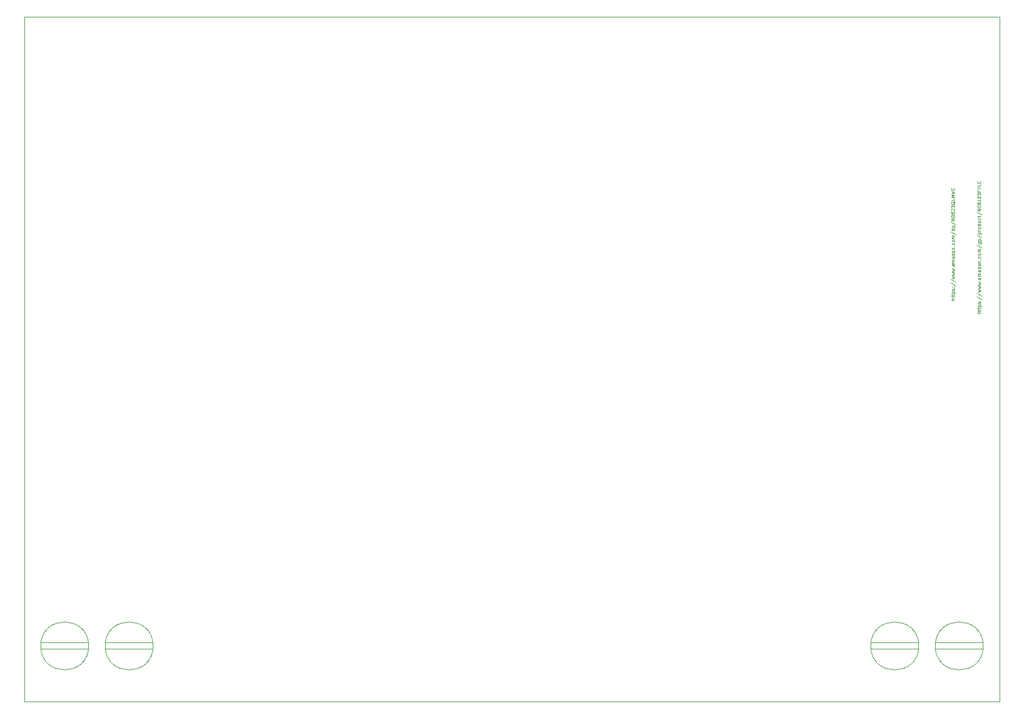
<source format=gbr>
G04 #@! TF.GenerationSoftware,KiCad,Pcbnew,(6.0.5)*
G04 #@! TF.CreationDate,2022-06-02T00:39:45-04:00*
G04 #@! TF.ProjectId,PB_16,50425f31-362e-46b6-9963-61645f706362,v2.1*
G04 #@! TF.SameCoordinates,Original*
G04 #@! TF.FileFunction,OtherDrawing,Comment*
%FSLAX46Y46*%
G04 Gerber Fmt 4.6, Leading zero omitted, Abs format (unit mm)*
G04 Created by KiCad (PCBNEW (6.0.5)) date 2022-06-02 00:39:45*
%MOMM*%
%LPD*%
G01*
G04 APERTURE LIST*
G04 #@! TA.AperFunction,Profile*
%ADD10C,0.050000*%
G04 #@! TD*
%ADD11C,0.100000*%
%ADD12C,0.120000*%
G04 APERTURE END LIST*
D10*
X214228800Y-152889360D02*
X214228800Y-52996240D01*
X72128800Y-52996240D02*
X72128800Y-152889360D01*
X214228800Y-52996240D02*
X72128800Y-52996240D01*
X214228800Y-152889360D02*
X72128800Y-152889360D01*
D11*
X207692990Y-94261266D02*
X207192990Y-94261266D01*
X207692990Y-94046980D02*
X207431085Y-94046980D01*
X207383466Y-94070790D01*
X207359657Y-94118409D01*
X207359657Y-94189838D01*
X207383466Y-94237457D01*
X207407276Y-94261266D01*
X207359657Y-93880314D02*
X207359657Y-93689838D01*
X207192990Y-93808885D02*
X207621561Y-93808885D01*
X207669180Y-93785076D01*
X207692990Y-93737457D01*
X207692990Y-93689838D01*
X207359657Y-93594600D02*
X207359657Y-93404123D01*
X207192990Y-93523171D02*
X207621561Y-93523171D01*
X207669180Y-93499361D01*
X207692990Y-93451742D01*
X207692990Y-93404123D01*
X207359657Y-93237457D02*
X207859657Y-93237457D01*
X207383466Y-93237457D02*
X207359657Y-93189838D01*
X207359657Y-93094600D01*
X207383466Y-93046980D01*
X207407276Y-93023171D01*
X207454895Y-92999361D01*
X207597752Y-92999361D01*
X207645371Y-93023171D01*
X207669180Y-93046980D01*
X207692990Y-93094600D01*
X207692990Y-93189838D01*
X207669180Y-93237457D01*
X207669180Y-92808885D02*
X207692990Y-92761266D01*
X207692990Y-92666028D01*
X207669180Y-92618409D01*
X207621561Y-92594600D01*
X207597752Y-92594600D01*
X207550133Y-92618409D01*
X207526323Y-92666028D01*
X207526323Y-92737457D01*
X207502514Y-92785076D01*
X207454895Y-92808885D01*
X207431085Y-92808885D01*
X207383466Y-92785076D01*
X207359657Y-92737457D01*
X207359657Y-92666028D01*
X207383466Y-92618409D01*
X207645371Y-92380314D02*
X207669180Y-92356504D01*
X207692990Y-92380314D01*
X207669180Y-92404123D01*
X207645371Y-92380314D01*
X207692990Y-92380314D01*
X207383466Y-92380314D02*
X207407276Y-92356504D01*
X207431085Y-92380314D01*
X207407276Y-92404123D01*
X207383466Y-92380314D01*
X207431085Y-92380314D01*
X207169180Y-91785076D02*
X207812038Y-92213647D01*
X207169180Y-91261266D02*
X207812038Y-91689838D01*
X207359657Y-91142219D02*
X207692990Y-91046980D01*
X207454895Y-90951742D01*
X207692990Y-90856504D01*
X207359657Y-90761266D01*
X207359657Y-90618409D02*
X207692990Y-90523171D01*
X207454895Y-90427933D01*
X207692990Y-90332695D01*
X207359657Y-90237457D01*
X207359657Y-90094600D02*
X207692990Y-89999361D01*
X207454895Y-89904123D01*
X207692990Y-89808885D01*
X207359657Y-89713647D01*
X207645371Y-89523171D02*
X207669180Y-89499361D01*
X207692990Y-89523171D01*
X207669180Y-89546980D01*
X207645371Y-89523171D01*
X207692990Y-89523171D01*
X207692990Y-89070790D02*
X207431085Y-89070790D01*
X207383466Y-89094600D01*
X207359657Y-89142219D01*
X207359657Y-89237457D01*
X207383466Y-89285076D01*
X207669180Y-89070790D02*
X207692990Y-89118409D01*
X207692990Y-89237457D01*
X207669180Y-89285076D01*
X207621561Y-89308885D01*
X207573942Y-89308885D01*
X207526323Y-89285076D01*
X207502514Y-89237457D01*
X207502514Y-89118409D01*
X207478704Y-89070790D01*
X207692990Y-88832695D02*
X207359657Y-88832695D01*
X207407276Y-88832695D02*
X207383466Y-88808885D01*
X207359657Y-88761266D01*
X207359657Y-88689838D01*
X207383466Y-88642219D01*
X207431085Y-88618409D01*
X207692990Y-88618409D01*
X207431085Y-88618409D02*
X207383466Y-88594600D01*
X207359657Y-88546980D01*
X207359657Y-88475552D01*
X207383466Y-88427933D01*
X207431085Y-88404123D01*
X207692990Y-88404123D01*
X207692990Y-87951742D02*
X207431085Y-87951742D01*
X207383466Y-87975552D01*
X207359657Y-88023171D01*
X207359657Y-88118409D01*
X207383466Y-88166028D01*
X207669180Y-87951742D02*
X207692990Y-87999361D01*
X207692990Y-88118409D01*
X207669180Y-88166028D01*
X207621561Y-88189838D01*
X207573942Y-88189838D01*
X207526323Y-88166028D01*
X207502514Y-88118409D01*
X207502514Y-87999361D01*
X207478704Y-87951742D01*
X207359657Y-87761266D02*
X207359657Y-87499361D01*
X207692990Y-87761266D01*
X207692990Y-87499361D01*
X207692990Y-87237457D02*
X207669180Y-87285076D01*
X207645371Y-87308885D01*
X207597752Y-87332695D01*
X207454895Y-87332695D01*
X207407276Y-87308885D01*
X207383466Y-87285076D01*
X207359657Y-87237457D01*
X207359657Y-87166028D01*
X207383466Y-87118409D01*
X207407276Y-87094600D01*
X207454895Y-87070790D01*
X207597752Y-87070790D01*
X207645371Y-87094600D01*
X207669180Y-87118409D01*
X207692990Y-87166028D01*
X207692990Y-87237457D01*
X207359657Y-86856504D02*
X207692990Y-86856504D01*
X207407276Y-86856504D02*
X207383466Y-86832695D01*
X207359657Y-86785076D01*
X207359657Y-86713647D01*
X207383466Y-86666028D01*
X207431085Y-86642219D01*
X207692990Y-86642219D01*
X207645371Y-86404123D02*
X207669180Y-86380314D01*
X207692990Y-86404123D01*
X207669180Y-86427933D01*
X207645371Y-86404123D01*
X207692990Y-86404123D01*
X207669180Y-85951742D02*
X207692990Y-85999361D01*
X207692990Y-86094600D01*
X207669180Y-86142219D01*
X207645371Y-86166028D01*
X207597752Y-86189838D01*
X207454895Y-86189838D01*
X207407276Y-86166028D01*
X207383466Y-86142219D01*
X207359657Y-86094600D01*
X207359657Y-85999361D01*
X207383466Y-85951742D01*
X207692990Y-85666028D02*
X207669180Y-85713647D01*
X207645371Y-85737457D01*
X207597752Y-85761266D01*
X207454895Y-85761266D01*
X207407276Y-85737457D01*
X207383466Y-85713647D01*
X207359657Y-85666028D01*
X207359657Y-85594600D01*
X207383466Y-85546980D01*
X207407276Y-85523171D01*
X207454895Y-85499361D01*
X207597752Y-85499361D01*
X207645371Y-85523171D01*
X207669180Y-85546980D01*
X207692990Y-85594600D01*
X207692990Y-85666028D01*
X207692990Y-85285076D02*
X207359657Y-85285076D01*
X207407276Y-85285076D02*
X207383466Y-85261266D01*
X207359657Y-85213647D01*
X207359657Y-85142219D01*
X207383466Y-85094600D01*
X207431085Y-85070790D01*
X207692990Y-85070790D01*
X207431085Y-85070790D02*
X207383466Y-85046980D01*
X207359657Y-84999361D01*
X207359657Y-84927933D01*
X207383466Y-84880314D01*
X207431085Y-84856504D01*
X207692990Y-84856504D01*
X207169180Y-84261266D02*
X207812038Y-84689838D01*
X207692990Y-83880314D02*
X207192990Y-83880314D01*
X207669180Y-83880314D02*
X207692990Y-83927933D01*
X207692990Y-84023171D01*
X207669180Y-84070790D01*
X207645371Y-84094600D01*
X207597752Y-84118409D01*
X207454895Y-84118409D01*
X207407276Y-84094600D01*
X207383466Y-84070790D01*
X207359657Y-84023171D01*
X207359657Y-83927933D01*
X207383466Y-83880314D01*
X207359657Y-83642219D02*
X207859657Y-83642219D01*
X207383466Y-83642219D02*
X207359657Y-83594600D01*
X207359657Y-83499361D01*
X207383466Y-83451742D01*
X207407276Y-83427933D01*
X207454895Y-83404123D01*
X207597752Y-83404123D01*
X207645371Y-83427933D01*
X207669180Y-83451742D01*
X207692990Y-83499361D01*
X207692990Y-83594600D01*
X207669180Y-83642219D01*
X207169180Y-82832695D02*
X207812038Y-83261266D01*
X207431085Y-82499361D02*
X207454895Y-82427933D01*
X207478704Y-82404123D01*
X207526323Y-82380314D01*
X207597752Y-82380314D01*
X207645371Y-82404123D01*
X207669180Y-82427933D01*
X207692990Y-82475552D01*
X207692990Y-82666028D01*
X207192990Y-82666028D01*
X207192990Y-82499361D01*
X207216800Y-82451742D01*
X207240609Y-82427933D01*
X207288228Y-82404123D01*
X207335847Y-82404123D01*
X207383466Y-82427933D01*
X207407276Y-82451742D01*
X207431085Y-82499361D01*
X207431085Y-82666028D01*
X207192990Y-82070790D02*
X207192990Y-82023171D01*
X207216800Y-81975552D01*
X207240609Y-81951742D01*
X207288228Y-81927933D01*
X207383466Y-81904123D01*
X207502514Y-81904123D01*
X207597752Y-81927933D01*
X207645371Y-81951742D01*
X207669180Y-81975552D01*
X207692990Y-82023171D01*
X207692990Y-82070790D01*
X207669180Y-82118409D01*
X207645371Y-82142219D01*
X207597752Y-82166028D01*
X207502514Y-82189838D01*
X207383466Y-82189838D01*
X207288228Y-82166028D01*
X207240609Y-82142219D01*
X207216800Y-82118409D01*
X207192990Y-82070790D01*
X207407276Y-81618409D02*
X207383466Y-81666028D01*
X207359657Y-81689838D01*
X207312038Y-81713647D01*
X207288228Y-81713647D01*
X207240609Y-81689838D01*
X207216800Y-81666028D01*
X207192990Y-81618409D01*
X207192990Y-81523171D01*
X207216800Y-81475552D01*
X207240609Y-81451742D01*
X207288228Y-81427933D01*
X207312038Y-81427933D01*
X207359657Y-81451742D01*
X207383466Y-81475552D01*
X207407276Y-81523171D01*
X207407276Y-81618409D01*
X207431085Y-81666028D01*
X207454895Y-81689838D01*
X207502514Y-81713647D01*
X207597752Y-81713647D01*
X207645371Y-81689838D01*
X207669180Y-81666028D01*
X207692990Y-81618409D01*
X207692990Y-81523171D01*
X207669180Y-81475552D01*
X207645371Y-81451742D01*
X207597752Y-81427933D01*
X207502514Y-81427933D01*
X207454895Y-81451742D01*
X207431085Y-81475552D01*
X207407276Y-81523171D01*
X207240609Y-81237457D02*
X207216800Y-81213647D01*
X207192990Y-81166028D01*
X207192990Y-81046980D01*
X207216800Y-80999361D01*
X207240609Y-80975552D01*
X207288228Y-80951742D01*
X207335847Y-80951742D01*
X207407276Y-80975552D01*
X207692990Y-81261266D01*
X207692990Y-80951742D01*
X207192990Y-80785076D02*
X207192990Y-80475552D01*
X207383466Y-80642219D01*
X207383466Y-80570790D01*
X207407276Y-80523171D01*
X207431085Y-80499361D01*
X207478704Y-80475552D01*
X207597752Y-80475552D01*
X207645371Y-80499361D01*
X207669180Y-80523171D01*
X207692990Y-80570790D01*
X207692990Y-80713647D01*
X207669180Y-80761266D01*
X207645371Y-80785076D01*
X207740609Y-79927933D02*
X207716800Y-79975552D01*
X207669180Y-80023171D01*
X207597752Y-80094600D01*
X207573942Y-80142219D01*
X207573942Y-80189838D01*
X207692990Y-80166028D02*
X207669180Y-80213647D01*
X207621561Y-80261266D01*
X207526323Y-80285076D01*
X207359657Y-80285076D01*
X207264419Y-80261266D01*
X207216800Y-80213647D01*
X207192990Y-80166028D01*
X207192990Y-80070790D01*
X207216800Y-80023171D01*
X207264419Y-79975552D01*
X207359657Y-79951742D01*
X207526323Y-79951742D01*
X207621561Y-79975552D01*
X207669180Y-80023171D01*
X207692990Y-80070790D01*
X207692990Y-80166028D01*
X207692990Y-79499361D02*
X207692990Y-79737457D01*
X207192990Y-79737457D01*
X207692990Y-79332695D02*
X207192990Y-79332695D01*
X207550133Y-79166028D01*
X207192990Y-78999361D01*
X207692990Y-78999361D01*
X207192990Y-78808885D02*
X207692990Y-78689838D01*
X207335847Y-78594600D01*
X207692990Y-78499361D01*
X207192990Y-78380314D01*
X207645371Y-77904123D02*
X207669180Y-77927933D01*
X207692990Y-77999361D01*
X207692990Y-78046980D01*
X207669180Y-78118409D01*
X207621561Y-78166028D01*
X207573942Y-78189838D01*
X207478704Y-78213647D01*
X207407276Y-78213647D01*
X207312038Y-78189838D01*
X207264419Y-78166028D01*
X207216800Y-78118409D01*
X207192990Y-78046980D01*
X207192990Y-77999361D01*
X207216800Y-77927933D01*
X207240609Y-77904123D01*
X211502990Y-96233552D02*
X211002990Y-96233552D01*
X211502990Y-96019266D02*
X211241085Y-96019266D01*
X211193466Y-96043076D01*
X211169657Y-96090695D01*
X211169657Y-96162123D01*
X211193466Y-96209742D01*
X211217276Y-96233552D01*
X211169657Y-95852600D02*
X211169657Y-95662123D01*
X211002990Y-95781171D02*
X211431561Y-95781171D01*
X211479180Y-95757361D01*
X211502990Y-95709742D01*
X211502990Y-95662123D01*
X211169657Y-95566885D02*
X211169657Y-95376409D01*
X211002990Y-95495457D02*
X211431561Y-95495457D01*
X211479180Y-95471647D01*
X211502990Y-95424028D01*
X211502990Y-95376409D01*
X211169657Y-95209742D02*
X211669657Y-95209742D01*
X211193466Y-95209742D02*
X211169657Y-95162123D01*
X211169657Y-95066885D01*
X211193466Y-95019266D01*
X211217276Y-94995457D01*
X211264895Y-94971647D01*
X211407752Y-94971647D01*
X211455371Y-94995457D01*
X211479180Y-95019266D01*
X211502990Y-95066885D01*
X211502990Y-95162123D01*
X211479180Y-95209742D01*
X211479180Y-94781171D02*
X211502990Y-94733552D01*
X211502990Y-94638314D01*
X211479180Y-94590695D01*
X211431561Y-94566885D01*
X211407752Y-94566885D01*
X211360133Y-94590695D01*
X211336323Y-94638314D01*
X211336323Y-94709742D01*
X211312514Y-94757361D01*
X211264895Y-94781171D01*
X211241085Y-94781171D01*
X211193466Y-94757361D01*
X211169657Y-94709742D01*
X211169657Y-94638314D01*
X211193466Y-94590695D01*
X211455371Y-94352600D02*
X211479180Y-94328790D01*
X211502990Y-94352600D01*
X211479180Y-94376409D01*
X211455371Y-94352600D01*
X211502990Y-94352600D01*
X211193466Y-94352600D02*
X211217276Y-94328790D01*
X211241085Y-94352600D01*
X211217276Y-94376409D01*
X211193466Y-94352600D01*
X211241085Y-94352600D01*
X210979180Y-93757361D02*
X211622038Y-94185933D01*
X210979180Y-93233552D02*
X211622038Y-93662123D01*
X211169657Y-93114504D02*
X211502990Y-93019266D01*
X211264895Y-92924028D01*
X211502990Y-92828790D01*
X211169657Y-92733552D01*
X211169657Y-92590695D02*
X211502990Y-92495457D01*
X211264895Y-92400219D01*
X211502990Y-92304980D01*
X211169657Y-92209742D01*
X211169657Y-92066885D02*
X211502990Y-91971647D01*
X211264895Y-91876409D01*
X211502990Y-91781171D01*
X211169657Y-91685933D01*
X211455371Y-91495457D02*
X211479180Y-91471647D01*
X211502990Y-91495457D01*
X211479180Y-91519266D01*
X211455371Y-91495457D01*
X211502990Y-91495457D01*
X211502990Y-91043076D02*
X211241085Y-91043076D01*
X211193466Y-91066885D01*
X211169657Y-91114504D01*
X211169657Y-91209742D01*
X211193466Y-91257361D01*
X211479180Y-91043076D02*
X211502990Y-91090695D01*
X211502990Y-91209742D01*
X211479180Y-91257361D01*
X211431561Y-91281171D01*
X211383942Y-91281171D01*
X211336323Y-91257361D01*
X211312514Y-91209742D01*
X211312514Y-91090695D01*
X211288704Y-91043076D01*
X211502990Y-90804980D02*
X211169657Y-90804980D01*
X211217276Y-90804980D02*
X211193466Y-90781171D01*
X211169657Y-90733552D01*
X211169657Y-90662123D01*
X211193466Y-90614504D01*
X211241085Y-90590695D01*
X211502990Y-90590695D01*
X211241085Y-90590695D02*
X211193466Y-90566885D01*
X211169657Y-90519266D01*
X211169657Y-90447838D01*
X211193466Y-90400219D01*
X211241085Y-90376409D01*
X211502990Y-90376409D01*
X211502990Y-89924028D02*
X211241085Y-89924028D01*
X211193466Y-89947838D01*
X211169657Y-89995457D01*
X211169657Y-90090695D01*
X211193466Y-90138314D01*
X211479180Y-89924028D02*
X211502990Y-89971647D01*
X211502990Y-90090695D01*
X211479180Y-90138314D01*
X211431561Y-90162123D01*
X211383942Y-90162123D01*
X211336323Y-90138314D01*
X211312514Y-90090695D01*
X211312514Y-89971647D01*
X211288704Y-89924028D01*
X211169657Y-89733552D02*
X211169657Y-89471647D01*
X211502990Y-89733552D01*
X211502990Y-89471647D01*
X211502990Y-89209742D02*
X211479180Y-89257361D01*
X211455371Y-89281171D01*
X211407752Y-89304980D01*
X211264895Y-89304980D01*
X211217276Y-89281171D01*
X211193466Y-89257361D01*
X211169657Y-89209742D01*
X211169657Y-89138314D01*
X211193466Y-89090695D01*
X211217276Y-89066885D01*
X211264895Y-89043076D01*
X211407752Y-89043076D01*
X211455371Y-89066885D01*
X211479180Y-89090695D01*
X211502990Y-89138314D01*
X211502990Y-89209742D01*
X211169657Y-88828790D02*
X211502990Y-88828790D01*
X211217276Y-88828790D02*
X211193466Y-88804980D01*
X211169657Y-88757361D01*
X211169657Y-88685933D01*
X211193466Y-88638314D01*
X211241085Y-88614504D01*
X211502990Y-88614504D01*
X211455371Y-88376409D02*
X211479180Y-88352600D01*
X211502990Y-88376409D01*
X211479180Y-88400219D01*
X211455371Y-88376409D01*
X211502990Y-88376409D01*
X211479180Y-87924028D02*
X211502990Y-87971647D01*
X211502990Y-88066885D01*
X211479180Y-88114504D01*
X211455371Y-88138314D01*
X211407752Y-88162123D01*
X211264895Y-88162123D01*
X211217276Y-88138314D01*
X211193466Y-88114504D01*
X211169657Y-88066885D01*
X211169657Y-87971647D01*
X211193466Y-87924028D01*
X211502990Y-87638314D02*
X211479180Y-87685933D01*
X211455371Y-87709742D01*
X211407752Y-87733552D01*
X211264895Y-87733552D01*
X211217276Y-87709742D01*
X211193466Y-87685933D01*
X211169657Y-87638314D01*
X211169657Y-87566885D01*
X211193466Y-87519266D01*
X211217276Y-87495457D01*
X211264895Y-87471647D01*
X211407752Y-87471647D01*
X211455371Y-87495457D01*
X211479180Y-87519266D01*
X211502990Y-87566885D01*
X211502990Y-87638314D01*
X211502990Y-87257361D02*
X211169657Y-87257361D01*
X211217276Y-87257361D02*
X211193466Y-87233552D01*
X211169657Y-87185933D01*
X211169657Y-87114504D01*
X211193466Y-87066885D01*
X211241085Y-87043076D01*
X211502990Y-87043076D01*
X211241085Y-87043076D02*
X211193466Y-87019266D01*
X211169657Y-86971647D01*
X211169657Y-86900219D01*
X211193466Y-86852600D01*
X211241085Y-86828790D01*
X211502990Y-86828790D01*
X210979180Y-86233552D02*
X211622038Y-86662123D01*
X211169657Y-85852600D02*
X211574419Y-85852600D01*
X211622038Y-85876409D01*
X211645847Y-85900219D01*
X211669657Y-85947838D01*
X211669657Y-86019266D01*
X211645847Y-86066885D01*
X211479180Y-85852600D02*
X211502990Y-85900219D01*
X211502990Y-85995457D01*
X211479180Y-86043076D01*
X211455371Y-86066885D01*
X211407752Y-86090695D01*
X211264895Y-86090695D01*
X211217276Y-86066885D01*
X211193466Y-86043076D01*
X211169657Y-85995457D01*
X211169657Y-85900219D01*
X211193466Y-85852600D01*
X211169657Y-85614504D02*
X211669657Y-85614504D01*
X211193466Y-85614504D02*
X211169657Y-85566885D01*
X211169657Y-85471647D01*
X211193466Y-85424028D01*
X211217276Y-85400219D01*
X211264895Y-85376409D01*
X211407752Y-85376409D01*
X211455371Y-85400219D01*
X211479180Y-85424028D01*
X211502990Y-85471647D01*
X211502990Y-85566885D01*
X211479180Y-85614504D01*
X210979180Y-84804980D02*
X211622038Y-85233552D01*
X211169657Y-84638314D02*
X211669657Y-84638314D01*
X211193466Y-84638314D02*
X211169657Y-84590695D01*
X211169657Y-84495457D01*
X211193466Y-84447838D01*
X211217276Y-84424028D01*
X211264895Y-84400219D01*
X211407752Y-84400219D01*
X211455371Y-84424028D01*
X211479180Y-84447838D01*
X211502990Y-84495457D01*
X211502990Y-84590695D01*
X211479180Y-84638314D01*
X211502990Y-84185933D02*
X211169657Y-84185933D01*
X211264895Y-84185933D02*
X211217276Y-84162123D01*
X211193466Y-84138314D01*
X211169657Y-84090695D01*
X211169657Y-84043076D01*
X211502990Y-83804980D02*
X211479180Y-83852600D01*
X211455371Y-83876409D01*
X211407752Y-83900219D01*
X211264895Y-83900219D01*
X211217276Y-83876409D01*
X211193466Y-83852600D01*
X211169657Y-83804980D01*
X211169657Y-83733552D01*
X211193466Y-83685933D01*
X211217276Y-83662123D01*
X211264895Y-83638314D01*
X211407752Y-83638314D01*
X211455371Y-83662123D01*
X211479180Y-83685933D01*
X211502990Y-83733552D01*
X211502990Y-83804980D01*
X211502990Y-83209742D02*
X211002990Y-83209742D01*
X211479180Y-83209742D02*
X211502990Y-83257361D01*
X211502990Y-83352600D01*
X211479180Y-83400219D01*
X211455371Y-83424028D01*
X211407752Y-83447838D01*
X211264895Y-83447838D01*
X211217276Y-83424028D01*
X211193466Y-83400219D01*
X211169657Y-83352600D01*
X211169657Y-83257361D01*
X211193466Y-83209742D01*
X211169657Y-82757361D02*
X211502990Y-82757361D01*
X211169657Y-82971647D02*
X211431561Y-82971647D01*
X211479180Y-82947838D01*
X211502990Y-82900219D01*
X211502990Y-82828790D01*
X211479180Y-82781171D01*
X211455371Y-82757361D01*
X211479180Y-82304980D02*
X211502990Y-82352600D01*
X211502990Y-82447838D01*
X211479180Y-82495457D01*
X211455371Y-82519266D01*
X211407752Y-82543076D01*
X211264895Y-82543076D01*
X211217276Y-82519266D01*
X211193466Y-82495457D01*
X211169657Y-82447838D01*
X211169657Y-82352600D01*
X211193466Y-82304980D01*
X211169657Y-82162123D02*
X211169657Y-81971647D01*
X211002990Y-82090695D02*
X211431561Y-82090695D01*
X211479180Y-82066885D01*
X211502990Y-82019266D01*
X211502990Y-81971647D01*
X210979180Y-81447838D02*
X211622038Y-81876409D01*
X211241085Y-81114504D02*
X211264895Y-81043076D01*
X211288704Y-81019266D01*
X211336323Y-80995457D01*
X211407752Y-80995457D01*
X211455371Y-81019266D01*
X211479180Y-81043076D01*
X211502990Y-81090695D01*
X211502990Y-81281171D01*
X211002990Y-81281171D01*
X211002990Y-81114504D01*
X211026800Y-81066885D01*
X211050609Y-81043076D01*
X211098228Y-81019266D01*
X211145847Y-81019266D01*
X211193466Y-81043076D01*
X211217276Y-81066885D01*
X211241085Y-81114504D01*
X211241085Y-81281171D01*
X211002990Y-80685933D02*
X211002990Y-80638314D01*
X211026800Y-80590695D01*
X211050609Y-80566885D01*
X211098228Y-80543076D01*
X211193466Y-80519266D01*
X211312514Y-80519266D01*
X211407752Y-80543076D01*
X211455371Y-80566885D01*
X211479180Y-80590695D01*
X211502990Y-80638314D01*
X211502990Y-80685933D01*
X211479180Y-80733552D01*
X211455371Y-80757361D01*
X211407752Y-80781171D01*
X211312514Y-80804980D01*
X211193466Y-80804980D01*
X211098228Y-80781171D01*
X211050609Y-80757361D01*
X211026800Y-80733552D01*
X211002990Y-80685933D01*
X211217276Y-80233552D02*
X211193466Y-80281171D01*
X211169657Y-80304980D01*
X211122038Y-80328790D01*
X211098228Y-80328790D01*
X211050609Y-80304980D01*
X211026800Y-80281171D01*
X211002990Y-80233552D01*
X211002990Y-80138314D01*
X211026800Y-80090695D01*
X211050609Y-80066885D01*
X211098228Y-80043076D01*
X211122038Y-80043076D01*
X211169657Y-80066885D01*
X211193466Y-80090695D01*
X211217276Y-80138314D01*
X211217276Y-80233552D01*
X211241085Y-80281171D01*
X211264895Y-80304980D01*
X211312514Y-80328790D01*
X211407752Y-80328790D01*
X211455371Y-80304980D01*
X211479180Y-80281171D01*
X211502990Y-80233552D01*
X211502990Y-80138314D01*
X211479180Y-80090695D01*
X211455371Y-80066885D01*
X211407752Y-80043076D01*
X211312514Y-80043076D01*
X211264895Y-80066885D01*
X211241085Y-80090695D01*
X211217276Y-80138314D01*
X211002990Y-79685933D02*
X211360133Y-79685933D01*
X211431561Y-79709742D01*
X211479180Y-79757361D01*
X211502990Y-79828790D01*
X211502990Y-79876409D01*
X211002990Y-79495457D02*
X211002990Y-79162123D01*
X211502990Y-79495457D01*
X211502990Y-79162123D01*
X211002990Y-78733552D02*
X211002990Y-78971647D01*
X211241085Y-78995457D01*
X211217276Y-78971647D01*
X211193466Y-78924028D01*
X211193466Y-78804980D01*
X211217276Y-78757361D01*
X211241085Y-78733552D01*
X211288704Y-78709742D01*
X211407752Y-78709742D01*
X211455371Y-78733552D01*
X211479180Y-78757361D01*
X211502990Y-78804980D01*
X211502990Y-78924028D01*
X211479180Y-78971647D01*
X211455371Y-78995457D01*
X211241085Y-78328790D02*
X211241085Y-78495457D01*
X211502990Y-78495457D02*
X211002990Y-78495457D01*
X211002990Y-78257361D01*
X211002990Y-78138314D02*
X211502990Y-77971647D01*
X211002990Y-77804980D01*
X211502990Y-77400219D02*
X211502990Y-77638314D01*
X211002990Y-77638314D01*
X211455371Y-76947838D02*
X211479180Y-76971647D01*
X211502990Y-77043076D01*
X211502990Y-77090695D01*
X211479180Y-77162123D01*
X211431561Y-77209742D01*
X211383942Y-77233552D01*
X211288704Y-77257361D01*
X211217276Y-77257361D01*
X211122038Y-77233552D01*
X211074419Y-77209742D01*
X211026800Y-77162123D01*
X211002990Y-77090695D01*
X211002990Y-77043076D01*
X211026800Y-76971647D01*
X211050609Y-76947838D01*
D12*
X204978800Y-145152600D02*
X211778800Y-145152600D01*
X202378800Y-144252600D02*
X195578800Y-144252600D01*
X204978800Y-144252600D02*
X211778800Y-144252600D01*
X202378800Y-145152600D02*
X195578800Y-145152600D01*
X202480228Y-144752600D02*
G75*
G03*
X202480228Y-144752600I-3501428J0D01*
G01*
X211878800Y-144752600D02*
G75*
G03*
X211878800Y-144752600I-3500000J0D01*
G01*
X81378800Y-145152600D02*
X74578800Y-145152600D01*
X83978800Y-144252600D02*
X90778800Y-144252600D01*
X83978800Y-145152600D02*
X90778800Y-145152600D01*
X81378800Y-144252600D02*
X74578800Y-144252600D01*
X90878800Y-144752600D02*
G75*
G03*
X90878800Y-144752600I-3500000J0D01*
G01*
X81480228Y-144752600D02*
G75*
G03*
X81480228Y-144752600I-3501428J0D01*
G01*
M02*

</source>
